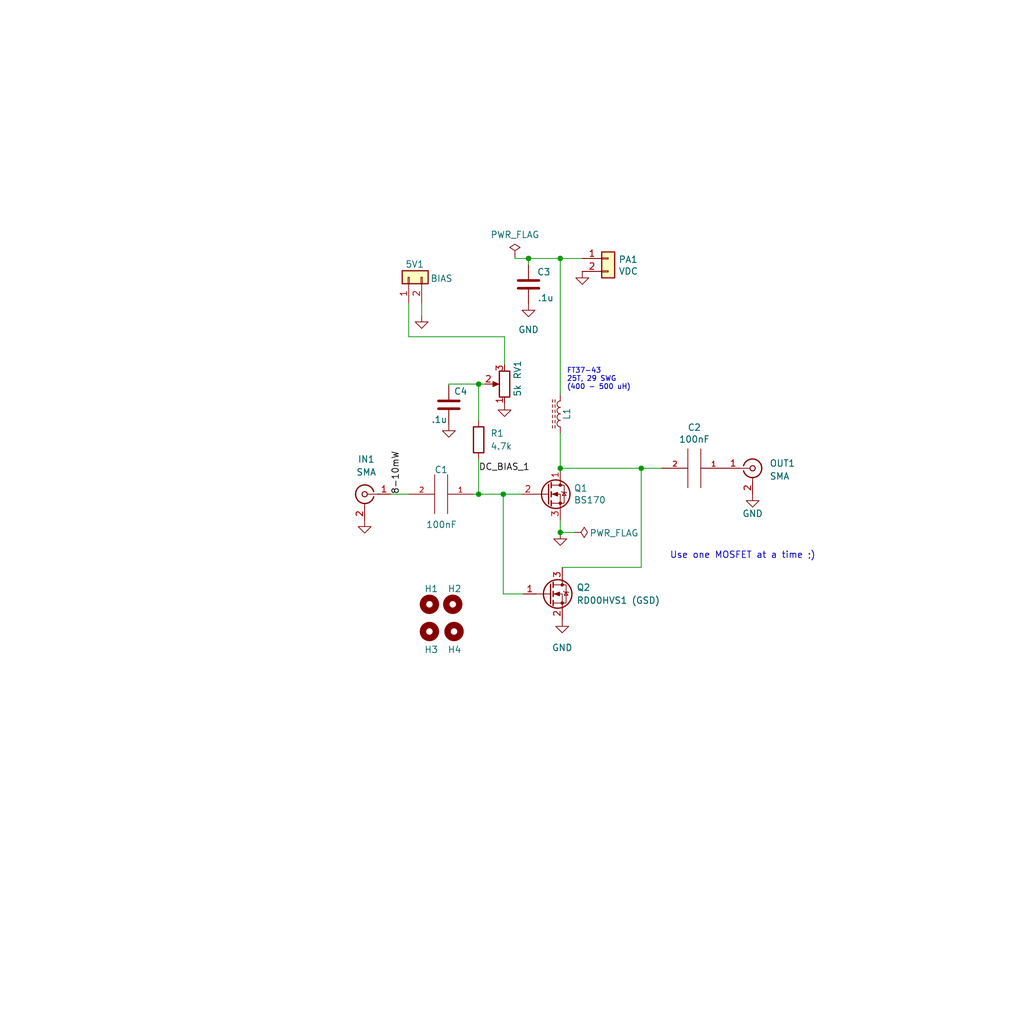
<source format=kicad_sch>
(kicad_sch (version 20211123) (generator eeschema)
  (paper "User" 200 200.812)
  (title_block (title "Experimental-Driver Block") (date "2022-03-13") (company "Dhiru Kholia (VU3CER)") (comment 1 "RF_IN -> ACT00 -> Voltage Divider -> BS170 chain"))
  (lib_symbols
    (symbol "Connector:Conn_Coaxial" (pin_names (offset 1.016) hide)
      (property "Reference" "J" (at 0.254 3.048 0))
      (property "Value" "Conn_Coaxial" (at 2.921 0 90))
      (symbol "Conn_Coaxial_0_1"
        (arc (start -1.778 -0.508) (mid 0.222 -1.808) (end 1.778 0) (stroke (width 0.254)))
        (polyline (pts (xy -2.54 0) (xy -0.508 0)))
        (polyline (pts (xy 0 -2.54) (xy 0 -1.778)))
        (circle (center 0 0) (radius 0.508) (stroke (width 0.2032)))
        (arc (start 1.778 0) (mid 0.222 1.8083) (end -1.778 0.508) (stroke (width 0.254)))
      )
      (symbol "Conn_Coaxial_1_1"
        (pin passive line (at -5.08 0 0) (length 2.54) (name "In") (number "1"))
        (pin passive line (at 0 -5.08 90) (length 2.54) (name "Ext") (number "2"))
      )
    )
    (symbol "Connector_Generic:Conn_01x02" (pin_names (offset 1.016) hide)
      (property "Reference" "J" (at 0 2.54 0))
      (property "Value" "Conn_01x02" (at 0 -5.08 0))
      (symbol "Conn_01x02_1_1"
        (rectangle (start -1.27 -2.413) (end 0 -2.667) (stroke (width 0.1524)))
        (rectangle (start -1.27 0.127) (end 0 -0.127) (stroke (width 0.1524)))
        (rectangle (start -1.27 1.27) (end 1.27 -3.81) (stroke (width 0.254)) (fill (type background)))
        (pin passive line (at -5.08 0 0) (length 3.81) (name "Pin_1") (number "1"))
        (pin passive line (at -5.08 -2.54 0) (length 3.81) (name "Pin_2") (number "2"))
      )
    )
    (symbol "Device:C" (pin_numbers hide) (pin_names (offset 0.254))
      (property "Reference" "C" (at 0.635 2.54 0))
      (property "Value" "C" (at 0.635 -2.54 0))
      (symbol "C_0_1"
        (polyline (pts (xy -2.032 -0.762) (xy 2.032 -0.762)) (stroke (width 0.508)))
        (polyline (pts (xy -2.032 0.762) (xy 2.032 0.762)) (stroke (width 0.508)))
      )
      (symbol "C_1_1"
        (pin passive line (at 0 3.81 270) (length 2.794) (name "~") (number "1"))
        (pin passive line (at 0 -3.81 90) (length 2.794) (name "~") (number "2"))
      )
    )
    (symbol "Device:L_Ferrite" (pin_numbers hide) (pin_names (offset 1.016) hide)
      (property "Reference" "L" (at -1.27 0 90))
      (property "Value" "L_Ferrite" (at 2.794 0 90))
      (symbol "L_Ferrite_0_1"
        (arc (start 0 -2.54) (mid 0.635 -1.905) (end 0 -1.27))
        (arc (start 0 -1.27) (mid 0.635 -0.635) (end 0 0))
        (polyline (pts (xy 1.016 -2.794) (xy 1.016 -2.286)))
        (polyline (pts (xy 1.016 -1.778) (xy 1.016 -1.27)))
        (polyline (pts (xy 1.016 -0.762) (xy 1.016 -0.254)))
        (polyline (pts (xy 1.016 0.254) (xy 1.016 0.762)))
        (polyline (pts (xy 1.016 1.27) (xy 1.016 1.778)))
        (polyline (pts (xy 1.016 2.286) (xy 1.016 2.794)))
        (polyline (pts (xy 1.524 -2.286) (xy 1.524 -2.794)))
        (polyline (pts (xy 1.524 -1.27) (xy 1.524 -1.778)))
        (polyline (pts (xy 1.524 -0.254) (xy 1.524 -0.762)))
        (polyline (pts (xy 1.524 0.762) (xy 1.524 0.254)))
        (polyline (pts (xy 1.524 1.778) (xy 1.524 1.27)))
        (polyline (pts (xy 1.524 2.794) (xy 1.524 2.286)))
        (arc (start 0 0) (mid 0.635 0.635) (end 0 1.27))
        (arc (start 0 1.27) (mid 0.635 1.905) (end 0 2.54))
      )
      (symbol "L_Ferrite_1_1"
        (pin passive line (at 0 3.81 270) (length 1.27) (name "1") (number "1"))
        (pin passive line (at 0 -3.81 90) (length 1.27) (name "2") (number "2"))
      )
    )
    (symbol "Device:Q_NMOS_GSD" (pin_names (offset 0) hide)
      (property "Reference" "Q" (at 5.08 1.27 0))
      (property "Value" "Q_NMOS_GSD" (at 5.08 -1.27 0))
      (symbol "Q_NMOS_GSD_0_1"
        (polyline (pts (xy 0.254 0) (xy -2.54 0)))
        (polyline (pts (xy 0.254 1.905) (xy 0.254 -1.905)) (stroke (width 0.254)))
        (polyline (pts (xy 0.762 -1.27) (xy 0.762 -2.286)) (stroke (width 0.254)))
        (polyline (pts (xy 0.762 0.508) (xy 0.762 -0.508)) (stroke (width 0.254)))
        (polyline (pts (xy 0.762 2.286) (xy 0.762 1.27)) (stroke (width 0.254)))
        (polyline (pts (xy 2.54 2.54) (xy 2.54 1.778)))
        (polyline (pts (xy 2.54 -2.54) (xy 2.54 0) (xy 0.762 0)))
        (polyline (pts (xy 0.762 -1.778) (xy 3.302 -1.778) (xy 3.302 1.778) (xy 0.762 1.778)))
        (polyline (pts (xy 1.016 0) (xy 2.032 0.381) (xy 2.032 -0.381) (xy 1.016 0)) (fill (type outline)))
        (polyline (pts (xy 2.794 0.508) (xy 2.921 0.381) (xy 3.683 0.381) (xy 3.81 0.254)))
        (polyline (pts (xy 3.302 0.381) (xy 2.921 -0.254) (xy 3.683 -0.254) (xy 3.302 0.381)))
        (circle (center 1.651 0) (radius 2.794) (stroke (width 0.254)))
        (circle (center 2.54 -1.778) (radius 0.254) (fill (type outline)))
        (circle (center 2.54 1.778) (radius 0.254) (fill (type outline)))
      )
      (symbol "Q_NMOS_GSD_1_1"
        (pin input line (at -5.08 0 0) (length 2.54) (name "G") (number "1"))
        (pin passive line (at 2.54 -5.08 90) (length 2.54) (name "S") (number "2"))
        (pin passive line (at 2.54 5.08 270) (length 2.54) (name "D") (number "3"))
      )
    )
    (symbol "Device:R" (pin_numbers hide) (pin_names (offset 0))
      (property "Reference" "R" (at 2.032 0 90))
      (property "Value" "R" (at 0 0 90))
      (symbol "R_0_1"
        (rectangle (start -1.016 -2.54) (end 1.016 2.54) (stroke (width 0.254)))
      )
      (symbol "R_1_1"
        (pin passive line (at 0 3.81 270) (length 1.27) (name "~") (number "1"))
        (pin passive line (at 0 -3.81 90) (length 1.27) (name "~") (number "2"))
      )
    )
    (symbol "Device:R_Potentiometer" (pin_names (offset 1.016) hide)
      (property "Reference" "RV" (at -4.445 0 90))
      (property "Value" "R_Potentiometer" (at -2.54 0 90))
      (symbol "R_Potentiometer_0_1"
        (polyline (pts (xy 2.54 0) (xy 1.524 0)))
        (polyline (pts (xy 1.143 0) (xy 2.286 0.508) (xy 2.286 -0.508) (xy 1.143 0)) (fill (type outline)))
        (rectangle (start 1.016 2.54) (end -1.016 -2.54) (stroke (width 0.254)))
      )
      (symbol "R_Potentiometer_1_1"
        (pin passive line (at 0 3.81 270) (length 1.27) (name "1") (number "1"))
        (pin passive line (at 3.81 0 180) (length 1.27) (name "2") (number "2"))
        (pin passive line (at 0 -3.81 90) (length 1.27) (name "3") (number "3"))
      )
    )
    (symbol "Mechanical:MountingHole" (pin_names (offset 1.016))
      (property "Reference" "H" (at 0 5.08 0))
      (property "Value" "MountingHole" (at 0 3.175 0))
      (symbol "MountingHole_0_1"
        (circle (center 0 0) (radius 1.27) (stroke (width 1.27)))
      )
    )
    (symbol "Transistor_FET:BS170" (pin_names hide)
      (property "Reference" "Q" (at 5.08 1.905 0))
      (property "Value" "BS170" (at 5.08 0 0))
      (symbol "BS170_0_1"
        (polyline (pts (xy 0.254 0) (xy -2.54 0)))
        (polyline (pts (xy 0.254 1.905) (xy 0.254 -1.905)) (stroke (width 0.254)))
        (polyline (pts (xy 0.762 -1.27) (xy 0.762 -2.286)) (stroke (width 0.254)))
        (polyline (pts (xy 0.762 0.508) (xy 0.762 -0.508)) (stroke (width 0.254)))
        (polyline (pts (xy 0.762 2.286) (xy 0.762 1.27)) (stroke (width 0.254)))
        (polyline (pts (xy 2.54 2.54) (xy 2.54 1.778)))
        (polyline (pts (xy 2.54 -2.54) (xy 2.54 0) (xy 0.762 0)))
        (polyline (pts (xy 0.762 -1.778) (xy 3.302 -1.778) (xy 3.302 1.778) (xy 0.762 1.778)))
        (polyline (pts (xy 1.016 0) (xy 2.032 0.381) (xy 2.032 -0.381) (xy 1.016 0)) (fill (type outline)))
        (polyline (pts (xy 2.794 0.508) (xy 2.921 0.381) (xy 3.683 0.381) (xy 3.81 0.254)))
        (polyline (pts (xy 3.302 0.381) (xy 2.921 -0.254) (xy 3.683 -0.254) (xy 3.302 0.381)))
        (circle (center 1.651 0) (radius 2.794) (stroke (width 0.254)))
        (circle (center 2.54 -1.778) (radius 0.254) (fill (type outline)))
        (circle (center 2.54 1.778) (radius 0.254) (fill (type outline)))
      )
      (symbol "BS170_1_1"
        (pin passive line (at 2.54 5.08 270) (length 2.54) (name "D") (number "1"))
        (pin input line (at -5.08 0 0) (length 2.54) (name "G") (number "2"))
        (pin passive line (at 2.54 -5.08 90) (length 2.54) (name "S") (number "3"))
      )
    )
    (symbol "power:GND" (power) (pin_names (offset 0))
      (property "Value" "GND" (at 0 -3.81 0))
      (symbol "GND_0_1"
        (polyline (pts (xy 0 0) (xy 0 -1.27) (xy 1.27 -1.27) (xy 0 -2.54) (xy -1.27 -1.27) (xy 0 -1.27)))
      )
      (symbol "GND_1_1"
        (pin power_in line (at 0 0 270) (length 0) hide (name "GND") (number "1"))
      )
    )
    (symbol "power:PWR_FLAG" (power) (pin_numbers hide) (pin_names (offset 0) hide)
      (property "Value" "PWR_FLAG" (at 0 3.81 0))
      (symbol "PWR_FLAG_0_0"
        (pin power_out line (at 0 0 90) (length 0) (name "pwr") (number "1"))
      )
      (symbol "PWR_FLAG_0_1"
        (polyline (pts (xy 0 0) (xy 0 1.27) (xy -1.016 1.905) (xy 0 2.54) (xy 1.016 1.905) (xy 0 1.27)))
      )
    )
    (symbol "pspice:CAP" (pin_names (offset 0.254))
      (property "Reference" "C" (at 2.54 3.81 90))
      (property "Value" "CAP" (at 2.54 -3.81 90))
      (symbol "CAP_0_1"
        (polyline (pts (xy -3.81 -1.27) (xy 3.81 -1.27)))
        (polyline (pts (xy -3.81 1.27) (xy 3.81 1.27)))
      )
      (symbol "CAP_1_1"
        (pin passive line (at 0 6.35 270) (length 5.08) (name "~") (number "1"))
        (pin passive line (at 0 -6.35 90) (length 5.08) (name "~") (number "2"))
      )
    )
  )
  (junction (at 98.679 96.901))
  (junction (at 109.855 104.394))
  (junction (at 125.73 91.821))
  (junction (at 93.853 96.901))
  (junction (at 109.855 50.673))
  (junction (at 93.853 75.311))
  (junction (at 109.855 91.821))
  (junction (at 103.632 50.673))
  (wire (pts (xy 93.853 75.311) (xy 88.011 75.311)))
  (wire (pts (xy 98.679 116.459) (xy 98.679 96.901)))
  (wire (pts (xy 102.616 116.459) (xy 98.679 116.459)))
  (wire (pts (xy 82.677 59.436) (xy 82.677 61.849)))
  (wire (pts (xy 109.855 50.673) (xy 109.855 77.343)))
  (wire (pts (xy 103.632 50.673) (xy 109.855 50.673)))
  (wire (pts (xy 109.855 91.821) (xy 125.73 91.821)))
  (wire (pts (xy 95.123 75.311) (xy 93.853 75.311)))
  (wire (pts (xy 109.855 91.821) (xy 109.855 84.963)))
  (wire (pts (xy 100.965 50.419) (xy 100.965 50.673)))
  (wire (pts (xy 98.933 66.04) (xy 98.933 71.501)))
  (wire (pts (xy 98.679 96.901) (xy 102.235 96.901)))
  (wire (pts (xy 80.137 66.04) (xy 98.933 66.04)))
  (wire (pts (xy 88.011 75.311) (xy 88.011 75.565)))
  (wire (pts (xy 110.236 111.252) (xy 125.73 111.252)))
  (wire (pts (xy 93.853 90.043) (xy 93.853 96.901)))
  (wire (pts (xy 109.855 50.673) (xy 114.173 50.673)))
  (wire (pts (xy 80.137 59.436) (xy 80.137 66.04)))
  (wire (pts (xy 109.855 104.394) (xy 112.649 104.394)))
  (wire (pts (xy 93.853 75.311) (xy 93.853 82.423)))
  (wire (pts (xy 110.236 111.252) (xy 110.236 111.379)))
  (wire (pts (xy 92.837 96.901) (xy 93.853 96.901)))
  (wire (pts (xy 109.855 101.981) (xy 109.855 104.394)))
  (wire (pts (xy 100.965 50.673) (xy 103.632 50.673)))
  (wire (pts (xy 103.632 51.943) (xy 103.632 50.673)))
  (wire (pts (xy 76.581 96.901) (xy 80.137 96.901)))
  (wire (pts (xy 93.853 96.901) (xy 98.679 96.901)))
  (wire (pts (xy 125.73 91.821) (xy 129.794 91.821)))
  (wire (pts (xy 125.73 111.252) (xy 125.73 91.821)))
  (text "Use one MOSFET at a time ;)" (at 131.318 109.728 0) (effects (font (size 1.27 1.27)) (justify left bottom)))
  (text "FT37-43\n25T, 29 SWG\n(400 - 500 uH)" (at 111.125 76.581 0) (effects (font (size 0.9906 0.9906)) (justify left bottom)))
  (label "8-10mW" (at 78.613 96.901 90))
  (label "DC_BIAS_1" (at 93.853 92.583 0))
  (symbol (lib_id "pspice:CAP") (at 136.144 91.821 270) (unit 1)
    (property "Reference" "C2" (at 136.144 83.82 90))
    (property "Value" "100nF" (at 136.144 86.1314 90))
    (property "Footprint" "Capacitor_SMD:C_1206_3216Metric_Pad1.33x1.80mm_HandSolder" (effects hide))
  )
  (symbol (lib_id "power:GND") (at 71.501 101.981 0) (unit 1)
    (property "Reference" "#PWR0106" (effects hide))
    (property "Value" "GND" (effects hide))
  )
  (symbol (lib_id "Transistor_FET:BS170") (at 107.315 96.901 0) (unit 1)
    (property "Reference" "Q1" (at 112.4966 95.7326 0) (effects (justify left)))
    (property "Value" "BS170" (at 112.4966 98.044 0) (effects (justify left)))
    (property "Footprint" "Connector_PinSocket_2.54mm:PinSocket_1x03_P2.54mm_Vertical" (effects hide))
    (property "Datasheet" "https://www.onsemi.com/pub/Collateral/BS170-D.PDF" (effects hide))
  )
  (symbol (lib_id "pspice:CAP") (at 86.487 96.901 270) (unit 1)
    (property "Reference" "C1" (at 86.5124 92.1004 90))
    (property "Value" "100nF" (at 86.5632 102.87 90))
    (property "Footprint" "Capacitor_SMD:C_1206_3216Metric_Pad1.33x1.80mm_HandSolder" (effects hide))
  )
  (symbol (lib_id "Device:R_Potentiometer") (at 98.933 75.311 180) (unit 1)
    (property "Reference" "RV1" (at 101.473 72.517 90))
    (property "Value" "5k" (at 101.473 76.581 90))
    (property "Footprint" "Potentiometer_THT:Potentiometer_Runtron_RM-065_Vertical" (effects hide))
  )
  (symbol (lib_id "Device:L_Ferrite") (at 109.855 81.153 180) (unit 1)
    (property "Reference" "L1" (at 111.125 81.153 90))
    (property "Value" "L_Ferrite" (effects hide))
    (property "Footprint" "Inductor_THT:L_Toroid_Vertical_L10.0mm_W5.0mm_P5.08mm" (effects hide))
  )
  (symbol (lib_id "Mechanical:MountingHole") (at 89.027 123.825 0) (unit 1)
    (property "Reference" "H4" (at 87.757 127.381 0) (effects (justify left)))
    (property "Value" "MountingHole" (effects hide))
    (property "Footprint" "MountingHole:MountingHole_2.2mm_M2" (effects hide))
  )
  (symbol (lib_id "power:GND") (at 109.855 104.394 0) (unit 1)
    (property "Reference" "#PWR0114" (effects hide))
    (property "Value" "GND" (effects hide))
  )
  (symbol (lib_id "power:GND") (at 82.677 61.849 0) (unit 1)
    (property "Reference" "#PWR05" (effects hide))
    (property "Value" "GND" (effects hide))
  )
  (symbol (lib_id "power:GND") (at 110.236 121.539 0) (unit 1)
    (property "Reference" "#PWR03" (effects hide))
    (property "Value" "GND" (at 110.236 127 0))
  )
  (symbol (lib_id "Mechanical:MountingHole") (at 84.201 123.825 0) (unit 1)
    (property "Reference" "H3" (at 83.185 127.381 0) (effects (justify left)))
    (property "Value" "MountingHole" (effects hide))
    (property "Footprint" "MountingHole:MountingHole_2.2mm_M2" (effects hide))
  )
  (symbol (lib_id "Device:C") (at 88.011 79.375 0) (unit 1)
    (property "Reference" "C4" (at 88.9762 76.7334 0) (effects (justify left)))
    (property "Value" ".1u" (at 84.5566 82.2706 0) (effects (justify left)))
    (property "Footprint" "Capacitor_SMD:C_1206_3216Metric_Pad1.33x1.80mm_HandSolder" (effects hide))
  )
  (symbol (lib_id "power:PWR_FLAG") (at 100.965 50.419 0) (unit 1)
    (property "Reference" "#FLG0102" (effects hide))
    (property "Value" "PWR_FLAG" (at 100.965 46.0248 0))
  )
  (symbol (lib_id "Connector:Conn_Coaxial") (at 71.501 96.901 0) (mirror y) (unit 1)
    (property "Reference" "IN1" (at 71.8184 90.043 0))
    (property "Value" "SMA" (at 71.8184 92.583 0))
    (property "Footprint" "Connector_Coaxial:SMA_Amphenol_901-144_Vertical" (effects hide))
    (property "Datasheet" " ~" (effects hide))
  )
  (symbol (lib_id "Connector:Conn_Coaxial") (at 147.574 91.821 0) (unit 1)
    (property "Reference" "OUT1" (at 150.876 90.8441 0) (effects (justify left)))
    (property "Value" "SMA" (at 150.876 93.3841 0) (effects (justify left)))
    (property "Footprint" "Connector_Coaxial:SMA_Amphenol_901-144_Vertical" (effects hide))
    (property "Datasheet" " ~" (effects hide))
  )
  (symbol (lib_id "Connector_Generic:Conn_01x02") (at 119.253 50.673 0) (unit 1)
    (property "Reference" "PA1" (at 121.285 50.8762 0) (effects (justify left)))
    (property "Value" "VDC" (at 121.285 53.1876 0) (effects (justify left)))
    (property "Footprint" "Connector_PinHeader_2.54mm:PinHeader_1x02_P2.54mm_Vertical" (effects hide))
  )
  (symbol (lib_id "power:GND") (at 114.173 53.213 0) (unit 1)
    (property "Reference" "#PWR0103" (effects hide))
    (property "Value" "GND" (effects hide))
  )
  (symbol (lib_id "power:GND") (at 147.574 96.901 0) (mirror y) (unit 1)
    (property "Reference" "#PWR01" (effects hide))
    (property "Value" "GND" (at 147.574 100.711 0))
  )
  (symbol (lib_id "Device:R") (at 93.853 86.233 0) (unit 1)
    (property "Reference" "R1" (at 96.139 84.9629 0) (effects (justify left)))
    (property "Value" "4.7k" (at 96.139 87.5029 0) (effects (justify left)))
    (property "Footprint" "Resistor_SMD:R_1206_3216Metric_Pad1.30x1.75mm_HandSolder" (effects hide))
  )
  (symbol (lib_id "Device:Q_NMOS_GSD") (at 107.696 116.459 0) (unit 1)
    (property "Reference" "Q2" (at 113.03 115.1889 0) (effects (justify left)))
    (property "Value" "RD00HVS1 (GSD)" (at 113.03 117.7289 0) (effects (justify left)))
    (property "Footprint" "Connector_PinSocket_2.54mm:PinSocket_1x03_P2.54mm_Vertical" (effects hide))
  )
  (symbol (lib_id "Mechanical:MountingHole") (at 88.773 118.491 0) (unit 1)
    (property "Reference" "H2" (at 87.757 115.443 0) (effects (justify left)))
    (property "Value" "MountingHole" (effects hide))
    (property "Footprint" "MountingHole:MountingHole_2.2mm_M2" (effects hide))
  )
  (symbol (lib_id "power:GND") (at 98.933 79.121 0) (unit 1)
    (property "Reference" "#PWR0101" (effects hide))
    (property "Value" "GND" (effects hide))
  )
  (symbol (lib_id "Device:C") (at 103.632 55.753 0) (unit 1)
    (property "Reference" "C3" (at 105.283 53.34 0) (effects (justify left)))
    (property "Value" ".1u" (at 105.41 58.42 0) (effects (justify left)))
    (property "Footprint" "Capacitor_SMD:C_1206_3216Metric_Pad1.33x1.80mm_HandSolder" (effects hide))
  )
  (symbol (lib_id "power:GND") (at 103.632 59.563 0) (unit 1)
    (property "Reference" "#PWR02" (effects hide))
    (property "Value" "GND" (at 103.632 64.643 0))
  )
  (symbol (lib_id "power:PWR_FLAG") (at 112.649 104.394 270) (unit 1)
    (property "Reference" "#FLG0101" (effects hide))
    (property "Value" "PWR_FLAG" (at 120.396 104.521 90))
  )
  (symbol (lib_id "Mechanical:MountingHole") (at 84.201 118.491 0) (unit 1)
    (property "Reference" "H1" (at 83.185 115.443 0) (effects (justify left)))
    (property "Value" "MountingHole" (effects hide))
    (property "Footprint" "MountingHole:MountingHole_2.2mm_M2" (effects hide))
  )
  (symbol (lib_id "power:GND") (at 88.011 83.185 0) (unit 1)
    (property "Reference" "#PWR04" (effects hide))
    (property "Value" "GND" (effects hide))
  )
  (symbol (lib_id "Connector_Generic:Conn_01x02") (at 80.137 54.356 90) (unit 1)
    (property "Reference" "5V1" (at 83.185 51.816 90) (effects (justify left)))
    (property "Value" "BIAS" (at 88.773 54.61 90) (effects (justify left)))
    (property "Footprint" "Connector_PinHeader_2.54mm:PinHeader_1x02_P2.54mm_Vertical" (effects hide))
  )
)
</source>
